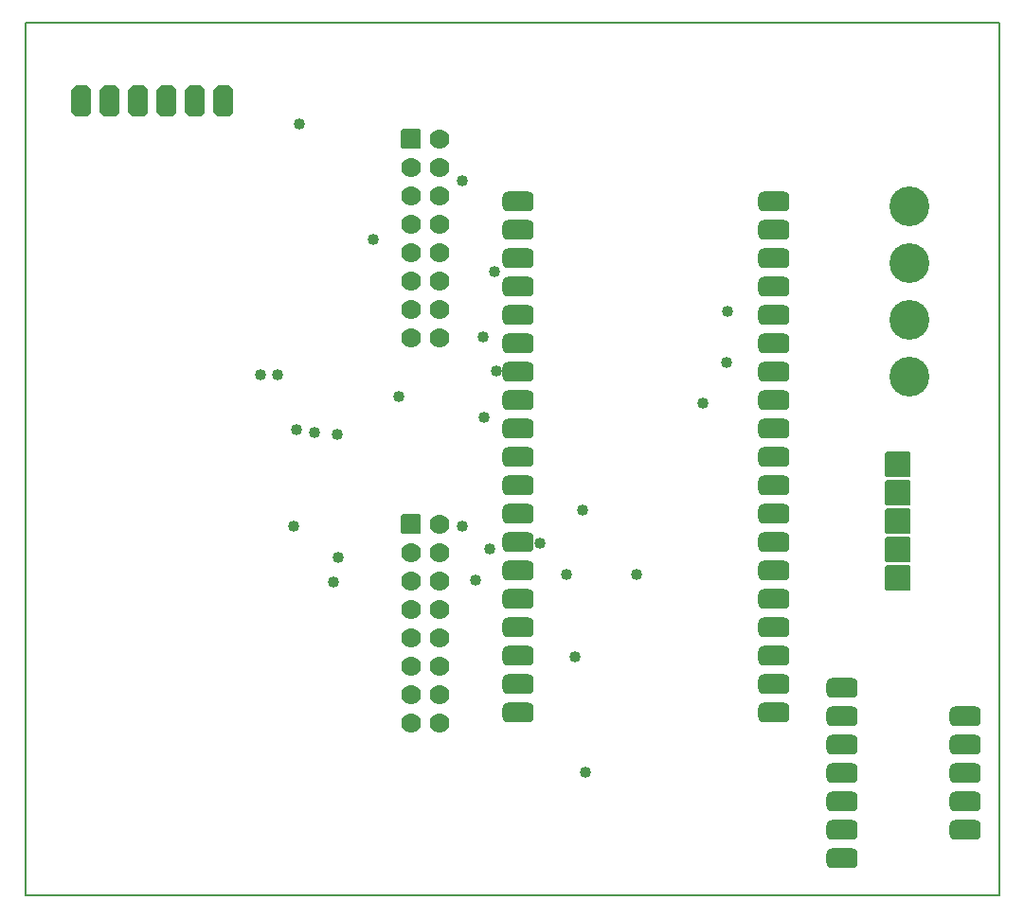
<source format=gbr>
G04 PROTEUS GERBER X2 FILE*
%TF.GenerationSoftware,Labcenter,Proteus,8.9-SP0-Build27865*%
%TF.CreationDate,2020-11-24T08:56:55+00:00*%
%TF.FileFunction,Soldermask,Top*%
%TF.FilePolarity,Negative*%
%TF.Part,Single*%
%TF.SameCoordinates,{ee39a552-392a-4f40-a773-eadb6806b216}*%
%FSLAX45Y45*%
%MOMM*%
G01*
%TA.AperFunction,Material*%
%ADD30C,1.016000*%
%AMPPAD025*
4,1,36,
0.889000,0.762000,
0.889000,-0.762000,
0.886470,-0.787970,
0.879200,-0.811980,
0.867650,-0.833580,
0.852290,-0.852290,
0.833570,-0.867650,
0.811980,-0.879200,
0.787970,-0.886470,
0.762000,-0.889000,
-0.762000,-0.889000,
-0.787970,-0.886470,
-0.811980,-0.879200,
-0.833570,-0.867650,
-0.852290,-0.852290,
-0.867650,-0.833580,
-0.879200,-0.811980,
-0.886470,-0.787970,
-0.889000,-0.762000,
-0.889000,0.762000,
-0.886470,0.787970,
-0.879200,0.811980,
-0.867650,0.833580,
-0.852290,0.852290,
-0.833570,0.867650,
-0.811980,0.879200,
-0.787970,0.886470,
-0.762000,0.889000,
0.762000,0.889000,
0.787970,0.886470,
0.811980,0.879200,
0.833570,0.867650,
0.852290,0.852290,
0.867650,0.833580,
0.879200,0.811980,
0.886470,0.787970,
0.889000,0.762000,
0*%
%TA.AperFunction,Material*%
%ADD31PPAD025*%
%ADD32C,1.778000*%
%AMPPAD027*
4,1,36,
-0.965200,0.889000,
0.965200,0.889000,
1.053490,0.880410,
1.135130,0.855690,
1.208560,0.816420,
1.272180,0.764180,
1.324420,0.700560,
1.363690,0.627130,
1.388410,0.545490,
1.397000,0.457200,
1.397000,-0.457200,
1.388410,-0.545490,
1.363690,-0.627130,
1.324420,-0.700560,
1.272180,-0.764180,
1.208560,-0.816420,
1.135130,-0.855690,
1.053490,-0.880410,
0.965200,-0.889000,
-0.965200,-0.889000,
-1.053490,-0.880410,
-1.135130,-0.855690,
-1.208560,-0.816420,
-1.272180,-0.764180,
-1.324420,-0.700560,
-1.363690,-0.627130,
-1.388410,-0.545490,
-1.397000,-0.457200,
-1.397000,0.457200,
-1.388410,0.545490,
-1.363690,0.627130,
-1.324420,0.700560,
-1.272180,0.764180,
-1.208560,0.816420,
-1.135130,0.855690,
-1.053490,0.880410,
-0.965200,0.889000,
0*%
%TA.AperFunction,Material*%
%ADD33PPAD027*%
%AMPPAD028*
4,1,8,
-0.509800,1.397000,
0.509800,1.397000,
0.889000,1.017800,
0.889000,-1.017800,
0.509800,-1.397000,
-0.509800,-1.397000,
-0.889000,-1.017800,
-0.889000,1.017800,
-0.509800,1.397000,
0*%
%TA.AperFunction,Material*%
%ADD34PPAD028*%
%AMPPAD029*
4,1,36,
1.143000,1.016000,
1.143000,-1.016000,
1.140470,-1.041970,
1.133200,-1.065980,
1.121650,-1.087580,
1.106290,-1.106290,
1.087570,-1.121650,
1.065980,-1.133200,
1.041970,-1.140470,
1.016000,-1.143000,
-1.016000,-1.143000,
-1.041970,-1.140470,
-1.065980,-1.133200,
-1.087570,-1.121650,
-1.106290,-1.106290,
-1.121650,-1.087580,
-1.133200,-1.065980,
-1.140470,-1.041970,
-1.143000,-1.016000,
-1.143000,1.016000,
-1.140470,1.041970,
-1.133200,1.065980,
-1.121650,1.087580,
-1.106290,1.106290,
-1.087570,1.121650,
-1.065980,1.133200,
-1.041970,1.140470,
-1.016000,1.143000,
1.016000,1.143000,
1.041970,1.140470,
1.065980,1.133200,
1.087570,1.121650,
1.106290,1.106290,
1.121650,1.087580,
1.133200,1.065980,
1.140470,1.041970,
1.143000,1.016000,
0*%
%TA.AperFunction,Material*%
%ADD35PPAD029*%
%TA.AperFunction,Material*%
%ADD36C,3.556000*%
%TA.AperFunction,Profile*%
%ADD20C,0.203200*%
%TD.AperFunction*%
D30*
X-6850000Y+550000D03*
X-3029186Y-1128888D03*
X-6879260Y-2188790D03*
X-6900000Y-3050000D03*
X-6716200Y-2213880D03*
X-6503654Y-3330222D03*
X-5205431Y-2075901D03*
X-5211703Y-1354666D03*
X-5090472Y-1661191D03*
X-5150000Y-3250000D03*
X-4700000Y-3200000D03*
X-3035457Y-1585932D03*
X-7200000Y-1700000D03*
X-6550000Y-3550000D03*
X-5280691Y-3537185D03*
X-7050000Y-1700000D03*
X-5400000Y-3050000D03*
X-6509925Y-2231123D03*
X-6196345Y-481346D03*
X-5400000Y+39197D03*
X-5964296Y-1887753D03*
X-3250000Y-1950000D03*
X-4300000Y-5250000D03*
X-4386691Y-4217359D03*
X-3840352Y-3479321D03*
X-4463370Y-3479321D03*
X-5105559Y-776378D03*
X-4319597Y-2904227D03*
D31*
X-5854000Y+412000D03*
D32*
X-5600000Y+412000D03*
X-5854000Y+158000D03*
X-5600000Y+158000D03*
X-5854000Y-96000D03*
X-5600000Y-96000D03*
X-5854000Y-350000D03*
X-5600000Y-350000D03*
X-5854000Y-604000D03*
X-5600000Y-604000D03*
X-5854000Y-858000D03*
X-5600000Y-858000D03*
X-5854000Y-1112000D03*
X-5600000Y-1112000D03*
X-5854000Y-1366000D03*
X-5600000Y-1366000D03*
D33*
X-4900000Y-150000D03*
X-4900000Y-404000D03*
X-4900000Y-658000D03*
X-4900000Y-912000D03*
X-4900000Y-1166000D03*
X-4900000Y-1420000D03*
X-4900000Y-1674000D03*
X-4900000Y-1928000D03*
X-4900000Y-2182000D03*
X-4900000Y-2436000D03*
X-4900000Y-2690000D03*
X-4900000Y-2944000D03*
X-4900000Y-3198000D03*
X-4900000Y-3452000D03*
X-4900000Y-3706000D03*
X-4900000Y-3960000D03*
X-4900000Y-4214000D03*
X-4900000Y-4468000D03*
X-4900000Y-4722000D03*
X-2614000Y-150000D03*
X-2614000Y-404000D03*
X-2614000Y-658000D03*
X-2614000Y-912000D03*
X-2614000Y-1166000D03*
X-2614000Y-1420000D03*
X-2614000Y-1674000D03*
X-2614000Y-1928000D03*
X-2614000Y-2182000D03*
X-2614000Y-2436000D03*
X-2614000Y-2690000D03*
X-2614000Y-2944000D03*
X-2614000Y-3198000D03*
X-2614000Y-3452000D03*
X-2614000Y-3706000D03*
X-2614000Y-3960000D03*
X-2614000Y-4214000D03*
X-2614000Y-4468000D03*
X-2614000Y-4722000D03*
D31*
X-5854000Y-3034000D03*
D32*
X-5600000Y-3034000D03*
X-5854000Y-3288000D03*
X-5600000Y-3288000D03*
X-5854000Y-3542000D03*
X-5600000Y-3542000D03*
X-5854000Y-3796000D03*
X-5600000Y-3796000D03*
X-5854000Y-4050000D03*
X-5600000Y-4050000D03*
X-5854000Y-4304000D03*
X-5600000Y-4304000D03*
X-5854000Y-4558000D03*
X-5600000Y-4558000D03*
X-5854000Y-4812000D03*
X-5600000Y-4812000D03*
D34*
X-8800000Y+750000D03*
X-8546000Y+750000D03*
X-8292000Y+750000D03*
X-8038000Y+750000D03*
X-7784000Y+750000D03*
X-7530000Y+750000D03*
D35*
X-1500000Y-2496000D03*
X-1500000Y-2750000D03*
X-1500000Y-3004000D03*
X-1500000Y-3258000D03*
X-1500000Y-3512000D03*
D36*
X-1400000Y-192000D03*
X-1400000Y-700000D03*
X-1400000Y-1208000D03*
X-1400000Y-1716000D03*
D33*
X-2000000Y-4496000D03*
X-2000000Y-4750000D03*
X-2000000Y-5004000D03*
X-2000000Y-5258000D03*
X-2000000Y-5512000D03*
X-2000000Y-5766000D03*
X-2000000Y-6020000D03*
X-900000Y-4750000D03*
X-900000Y-5004000D03*
X-900000Y-5258000D03*
X-900000Y-5512000D03*
X-900000Y-5766000D03*
D20*
X-9300000Y-6350000D02*
X-600000Y-6350000D01*
X-600000Y+1450000D01*
X-9300000Y+1450000D01*
X-9300000Y-6350000D01*
M02*

</source>
